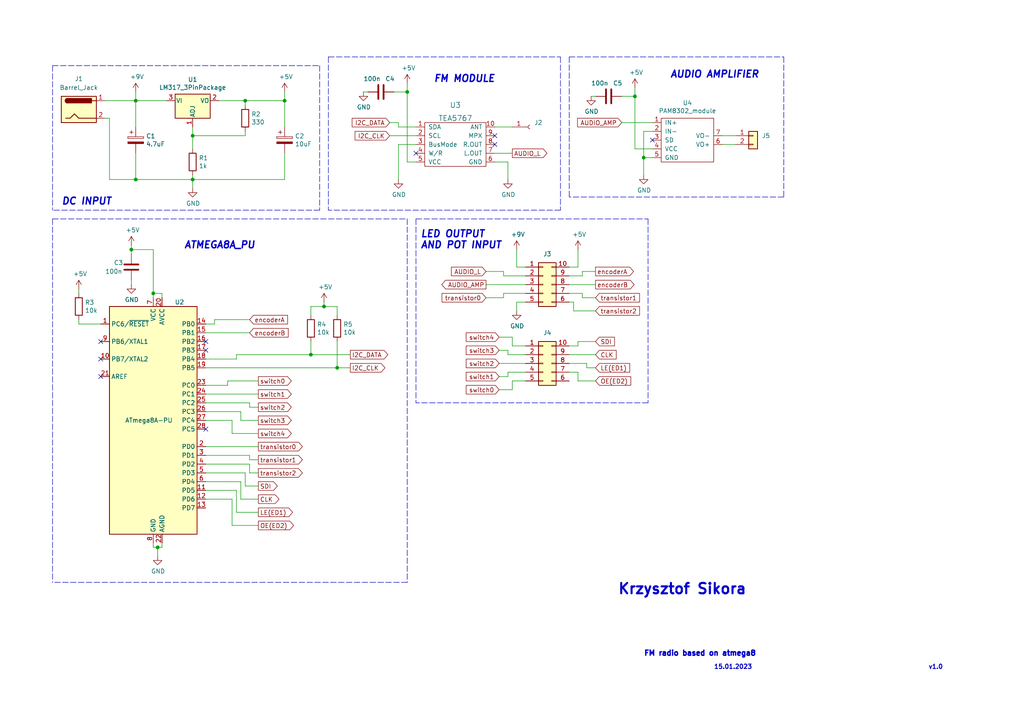
<source format=kicad_sch>
(kicad_sch (version 20211123) (generator eeschema)
  (paper "A4")
  (lib_symbols
    (symbol "Connector:Barrel_Jack" (pin_names (offset 1.016))
      (property "Reference" "J" (at 0 5.334 0))
      (property "Value" "Barrel_Jack" (at 0 -5.08 0))
      (symbol "Barrel_Jack_0_1"
        (rectangle (start -5.08 3.81) (end 5.08 -3.81) (stroke (width 0.254)) (fill (type background)))
        (arc (start -3.302 3.175) (mid -3.937 2.54) (end -3.302 1.905) (stroke (width 0.254)))
        (arc (start -3.302 3.175) (mid -3.937 2.54) (end -3.302 1.905) (stroke (width 0.254)) (fill (type outline)))
        (polyline (pts (xy 5.08 2.54) (xy 3.81 2.54)) (stroke (width 0.254)))
        (polyline (pts (xy -3.81 -2.54) (xy -2.54 -2.54) (xy -1.27 -1.27) (xy 0 -2.54) (xy 2.54 -2.54) (xy 5.08 -2.54)) (stroke (width 0.254)))
        (rectangle (start 3.683 3.175) (end -3.302 1.905) (stroke (width 0.254)) (fill (type outline)))
      )
      (symbol "Barrel_Jack_1_1"
        (pin passive line (at 7.62 2.54 180) (length 2.54) (name "~") (number "1"))
        (pin passive line (at 7.62 -2.54 180) (length 2.54) (name "~") (number "2"))
      )
    )
    (symbol "Connector:Conn_01x01_Female" (pin_names (offset 1.016) hide)
      (property "Reference" "J" (at 0 2.54 0))
      (property "Value" "Conn_01x01_Female" (at 0 -2.54 0))
      (symbol "Conn_01x01_Female_1_1"
        (polyline (pts (xy -1.27 0) (xy -0.508 0)) (stroke (width 0.1524)))
        (arc (start 0 0.508) (mid -0.508 0) (end 0 -0.508) (stroke (width 0.1524)))
        (pin passive line (at -5.08 0 0) (length 3.81) (name "Pin_1") (number "1"))
      )
    )
    (symbol "Connector_Generic:Conn_01x02" (pin_names (offset 1.016) hide)
      (property "Reference" "J" (at 0 2.54 0))
      (property "Value" "Conn_01x02" (at 0 -5.08 0))
      (symbol "Conn_01x02_1_1"
        (rectangle (start -1.27 -2.413) (end 0 -2.667) (stroke (width 0.1524)))
        (rectangle (start -1.27 0.127) (end 0 -0.127) (stroke (width 0.1524)))
        (rectangle (start -1.27 1.27) (end 1.27 -3.81) (stroke (width 0.254)) (fill (type background)))
        (pin passive line (at -5.08 0 0) (length 3.81) (name "Pin_1") (number "1"))
        (pin passive line (at -5.08 -2.54 0) (length 3.81) (name "Pin_2") (number "2"))
      )
    )
    (symbol "Connector_Generic:Conn_02x05_Counter_Clockwise" (pin_names (offset 1.016) hide)
      (property "Reference" "J" (at 1.27 7.62 0))
      (property "Value" "Conn_02x05_Counter_Clockwise" (at 1.27 -7.62 0))
      (symbol "Conn_02x05_Counter_Clockwise_1_1"
        (rectangle (start -1.27 -4.953) (end 0 -5.207) (stroke (width 0.1524)))
        (rectangle (start -1.27 -2.413) (end 0 -2.667) (stroke (width 0.1524)))
        (rectangle (start -1.27 0.127) (end 0 -0.127) (stroke (width 0.1524)))
        (rectangle (start -1.27 2.667) (end 0 2.413) (stroke (width 0.1524)))
        (rectangle (start -1.27 5.207) (end 0 4.953) (stroke (width 0.1524)))
        (rectangle (start -1.27 6.35) (end 3.81 -6.35) (stroke (width 0.254)) (fill (type background)))
        (rectangle (start 3.81 -4.953) (end 2.54 -5.207) (stroke (width 0.1524)))
        (rectangle (start 3.81 -2.413) (end 2.54 -2.667) (stroke (width 0.1524)))
        (rectangle (start 3.81 0.127) (end 2.54 -0.127) (stroke (width 0.1524)))
        (rectangle (start 3.81 2.667) (end 2.54 2.413) (stroke (width 0.1524)))
        (rectangle (start 3.81 5.207) (end 2.54 4.953) (stroke (width 0.1524)))
        (pin passive line (at -5.08 5.08 0) (length 3.81) (name "Pin_1") (number "1"))
        (pin passive line (at 7.62 5.08 180) (length 3.81) (name "Pin_10") (number "10"))
        (pin passive line (at -5.08 2.54 0) (length 3.81) (name "Pin_2") (number "2"))
        (pin passive line (at -5.08 0 0) (length 3.81) (name "Pin_3") (number "3"))
        (pin passive line (at -5.08 -2.54 0) (length 3.81) (name "Pin_4") (number "4"))
        (pin passive line (at -5.08 -5.08 0) (length 3.81) (name "Pin_5") (number "5"))
        (pin passive line (at 7.62 -5.08 180) (length 3.81) (name "Pin_6") (number "6"))
        (pin passive line (at 7.62 -2.54 180) (length 3.81) (name "Pin_7") (number "7"))
        (pin passive line (at 7.62 0 180) (length 3.81) (name "Pin_8") (number "8"))
        (pin passive line (at 7.62 2.54 180) (length 3.81) (name "Pin_9") (number "9"))
      )
    )
    (symbol "Device:C" (pin_numbers hide) (pin_names (offset 0.254))
      (property "Reference" "C" (at 0.635 2.54 0))
      (property "Value" "C" (at 0.635 -2.54 0))
      (symbol "C_0_1"
        (polyline (pts (xy -2.032 -0.762) (xy 2.032 -0.762)) (stroke (width 0.508)))
        (polyline (pts (xy -2.032 0.762) (xy 2.032 0.762)) (stroke (width 0.508)))
      )
      (symbol "C_1_1"
        (pin passive line (at 0 3.81 270) (length 2.794) (name "~") (number "1"))
        (pin passive line (at 0 -3.81 90) (length 2.794) (name "~") (number "2"))
      )
    )
    (symbol "Device:R" (pin_numbers hide) (pin_names (offset 0))
      (property "Reference" "R" (at 2.032 0 90))
      (property "Value" "R" (at 0 0 90))
      (symbol "R_0_1"
        (rectangle (start -1.016 -2.54) (end 1.016 2.54) (stroke (width 0.254)))
      )
      (symbol "R_1_1"
        (pin passive line (at 0 3.81 270) (length 1.27) (name "~") (number "1"))
        (pin passive line (at 0 -3.81 90) (length 1.27) (name "~") (number "2"))
      )
    )
    (symbol "fm_radio-rescue:ATmega8A-PU-MCU_Microchip_ATmega"
      (property "Reference" "U" (at -12.7 34.29 0))
      (property "Value" "ATmega8A-PU-MCU_Microchip_ATmega" (at 5.08 -34.29 0))
      (symbol "ATmega8A-PU-MCU_Microchip_ATmega_0_1"
        (rectangle (start -12.7 -33.02) (end 12.7 33.02) (stroke (width 0.254)) (fill (type background)))
      )
      (symbol "ATmega8A-PU-MCU_Microchip_ATmega_1_1"
        (pin tri_state line (at -15.24 27.94 0) (length 2.54) (name "PC6/~{RESET}") (number "1"))
        (pin tri_state line (at -15.24 17.78 0) (length 2.54) (name "PB7/XTAL2") (number "10"))
        (pin tri_state line (at 15.24 -20.32 180) (length 2.54) (name "PD5") (number "11"))
        (pin tri_state line (at 15.24 -22.86 180) (length 2.54) (name "PD6") (number "12"))
        (pin tri_state line (at 15.24 -25.4 180) (length 2.54) (name "PD7") (number "13"))
        (pin tri_state line (at 15.24 27.94 180) (length 2.54) (name "PB0") (number "14"))
        (pin tri_state line (at 15.24 25.4 180) (length 2.54) (name "PB1") (number "15"))
        (pin tri_state line (at 15.24 22.86 180) (length 2.54) (name "PB2") (number "16"))
        (pin tri_state line (at 15.24 20.32 180) (length 2.54) (name "PB3") (number "17"))
        (pin tri_state line (at 15.24 17.78 180) (length 2.54) (name "PB4") (number "18"))
        (pin tri_state line (at 15.24 15.24 180) (length 2.54) (name "PB5") (number "19"))
        (pin tri_state line (at 15.24 -7.62 180) (length 2.54) (name "PD0") (number "2"))
        (pin power_in line (at 2.54 35.56 270) (length 2.54) (name "AVCC") (number "20"))
        (pin passive line (at -15.24 12.7 0) (length 2.54) (name "AREF") (number "21"))
        (pin power_in line (at 2.54 -35.56 90) (length 2.54) (name "AGND") (number "22"))
        (pin tri_state line (at 15.24 10.16 180) (length 2.54) (name "PC0") (number "23"))
        (pin tri_state line (at 15.24 7.62 180) (length 2.54) (name "PC1") (number "24"))
        (pin tri_state line (at 15.24 5.08 180) (length 2.54) (name "PC2") (number "25"))
        (pin tri_state line (at 15.24 2.54 180) (length 2.54) (name "PC3") (number "26"))
        (pin tri_state line (at 15.24 0 180) (length 2.54) (name "PC4") (number "27"))
        (pin tri_state line (at 15.24 -2.54 180) (length 2.54) (name "PC5") (number "28"))
        (pin tri_state line (at 15.24 -10.16 180) (length 2.54) (name "PD1") (number "3"))
        (pin tri_state line (at 15.24 -12.7 180) (length 2.54) (name "PD2") (number "4"))
        (pin tri_state line (at 15.24 -15.24 180) (length 2.54) (name "PD3") (number "5"))
        (pin tri_state line (at 15.24 -17.78 180) (length 2.54) (name "PD4") (number "6"))
        (pin power_in line (at 0 35.56 270) (length 2.54) (name "VCC") (number "7"))
        (pin power_in line (at 0 -35.56 90) (length 2.54) (name "GND") (number "8"))
        (pin tri_state line (at -15.24 22.86 0) (length 2.54) (name "PB6/XTAL1") (number "9"))
      )
    )
    (symbol "fm_radio-rescue:CP-Device" (pin_numbers hide) (pin_names (offset 0.254))
      (property "Reference" "C" (at 0.635 2.54 0))
      (property "Value" "CP-Device" (at 0.635 -2.54 0))
      (symbol "CP-Device_0_1"
        (rectangle (start -2.286 0.508) (end 2.286 1.016))
        (polyline (pts (xy -1.778 2.286) (xy -0.762 2.286)))
        (polyline (pts (xy -1.27 2.794) (xy -1.27 1.778)))
        (rectangle (start 2.286 -0.508) (end -2.286 -1.016) (fill (type outline)))
      )
      (symbol "CP-Device_1_1"
        (pin passive line (at 0 3.81 270) (length 2.794) (name "~") (number "1"))
        (pin passive line (at 0 -3.81 90) (length 2.794) (name "~") (number "2"))
      )
    )
    (symbol "fm_radio-rescue:LM317_3PinPackage-Regulator_Linear" (pin_names (offset 0.254))
      (property "Reference" "U" (at -3.81 3.175 0))
      (property "Value" "LM317_3PinPackage-Regulator_Linear" (at 0 3.175 0))
      (symbol "LM317_3PinPackage-Regulator_Linear_0_1"
        (rectangle (start -5.08 1.905) (end 5.08 -5.08) (stroke (width 0.254)) (fill (type background)))
      )
      (symbol "LM317_3PinPackage-Regulator_Linear_1_1"
        (pin input line (at 0 -7.62 90) (length 2.54) (name "ADJ") (number "1"))
        (pin power_out line (at 7.62 0 180) (length 2.54) (name "VO") (number "2"))
        (pin power_in line (at -7.62 0 0) (length 2.54) (name "VI") (number "3"))
      )
    )
    (symbol "fm_radio-rescue:PAM8302_module-pam8302_module" (pin_names (offset 1.016))
      (property "Reference" "U" (at 0 0 0))
      (property "Value" "PAM8302_module-pam8302_module" (at -1.27 2.54 0))
      (symbol "PAM8302_module-pam8302_module_0_1"
        (rectangle (start 5.08 -15.24) (end -10.16 -2.54))
      )
      (symbol "PAM8302_module-pam8302_module_1_1"
        (pin input line (at -12.7 -3.81 0) (length 2.54) (name "IN+") (number "1"))
        (pin input line (at -12.7 -6.35 0) (length 2.54) (name "IN-") (number "2"))
        (pin input line (at -12.7 -8.89 0) (length 2.54) (name "SD") (number "3"))
        (pin input line (at -12.7 -11.43 0) (length 2.54) (name "VCC") (number "4"))
        (pin input line (at -12.7 -13.97 0) (length 2.54) (name "GND") (number "5"))
        (pin output line (at 7.62 -10.16 180) (length 2.54) (name "VO+") (number "6"))
        (pin output line (at 7.62 -7.62 180) (length 2.54) (name "VO-") (number "7"))
      )
    )
    (symbol "power:+5V" (power) (pin_names (offset 0))
      (property "Value" "+5V" (at 0 3.556 0))
      (symbol "+5V_0_1"
        (polyline (pts (xy -0.762 1.27) (xy 0 2.54)))
        (polyline (pts (xy 0 0) (xy 0 2.54)))
        (polyline (pts (xy 0 2.54) (xy 0.762 1.27)))
      )
      (symbol "+5V_1_1"
        (pin power_in line (at 0 0 90) (length 0) hide (name "+5V") (number "1"))
      )
    )
    (symbol "power:+9V" (power) (pin_names (offset 0))
      (property "Value" "+9V" (at 0 3.556 0))
      (symbol "+9V_0_1"
        (polyline (pts (xy -0.762 1.27) (xy 0 2.54)))
        (polyline (pts (xy 0 0) (xy 0 2.54)))
        (polyline (pts (xy 0 2.54) (xy 0.762 1.27)))
      )
      (symbol "+9V_1_1"
        (pin power_in line (at 0 0 90) (length 0) hide (name "+9V") (number "1"))
      )
    )
    (symbol "power:GND" (power) (pin_names (offset 0))
      (property "Value" "GND" (at 0 -3.81 0))
      (symbol "GND_0_1"
        (polyline (pts (xy 0 0) (xy 0 -1.27) (xy 1.27 -1.27) (xy 0 -2.54) (xy -1.27 -1.27) (xy 0 -1.27)))
      )
      (symbol "GND_1_1"
        (pin power_in line (at 0 0 270) (length 0) hide (name "GND") (number "1"))
      )
    )
    (symbol "tea5767:TEA5767" (pin_names (offset 1.016))
      (property "Reference" "U" (at 0 11.43 0))
      (property "Value" "TEA5767" (at 1.27 8.89 0))
      (symbol "TEA5767_0_1"
        (rectangle (start -7.62 7.62) (end 10.16 -5.08))
      )
      (symbol "TEA5767_1_1"
        (pin bidirectional line (at -10.16 6.35 0) (length 2.54) (name "SDA") (number "1"))
        (pin input line (at 12.7 6.35 180) (length 2.54) (name "ANT") (number "10"))
        (pin bidirectional line (at -10.16 3.81 0) (length 2.54) (name "SCL") (number "2"))
        (pin input line (at -10.16 1.27 0) (length 2.54) (name "BusMode") (number "3"))
        (pin input line (at -10.16 -1.27 0) (length 2.54) (name "W/R") (number "4"))
        (pin input line (at -10.16 -3.81 0) (length 2.54) (name "VCC") (number "5"))
        (pin input line (at 12.7 -3.81 180) (length 2.54) (name "GND") (number "6"))
        (pin output line (at 12.7 -1.27 180) (length 2.54) (name "L.OUT") (number "7"))
        (pin output line (at 12.7 1.27 180) (length 2.54) (name "R.OUT") (number "8"))
        (pin output line (at 12.7 3.81 180) (length 2.54) (name "MPX") (number "9"))
      )
    )
  )
  (junction (at 90.17 102.87))
  (junction (at 39.37 29.21))
  (junction (at 184.15 27.94))
  (junction (at 55.88 52.07))
  (junction (at 97.79 106.68))
  (junction (at 71.12 29.21))
  (junction (at 118.11 26.67))
  (junction (at 55.88 39.37))
  (junction (at 186.69 45.72))
  (junction (at 93.98 88.9))
  (junction (at 39.37 52.07))
  (junction (at 38.1 72.39))
  (junction (at 44.45 85.09))
  (junction (at 82.55 29.21))
  (junction (at 45.72 158.75))
  (no_connect (at 59.69 99.06))
  (no_connect (at 143.51 39.37))
  (no_connect (at 189.23 40.64))
  (no_connect (at 59.69 124.46))
  (no_connect (at 59.69 101.6))
  (no_connect (at 120.65 44.45))
  (no_connect (at 29.21 104.14))
  (no_connect (at 29.21 109.22))
  (no_connect (at 143.51 41.91))
  (no_connect (at 29.21 99.06))
  (wire (pts (xy 189.23 38.1) (xy 186.69 38.1)))
  (wire (pts (xy 189.23 45.72) (xy 186.69 45.72)))
  (wire (pts (xy 148.59 100.33) (xy 152.4 100.33)))
  (wire (pts (xy 39.37 29.21) (xy 30.48 29.21)))
  (wire (pts (xy 68.58 148.59) (xy 74.93 148.59)))
  (wire (pts (xy 59.69 116.84) (xy 72.39 116.84)))
  (wire (pts (xy 82.55 29.21) (xy 82.55 36.83)))
  (wire (pts (xy 44.45 158.75) (xy 45.72 158.75)))
  (wire (pts (xy 149.86 87.63) (xy 152.4 87.63)))
  (wire (pts (xy 106.68 26.67) (xy 105.41 26.67)))
  (polyline (pts (xy 95.25 16.51) (xy 162.56 16.51)))
  (polyline (pts (xy 187.96 63.5) (xy 187.96 116.84)))
  (wire (pts (xy 168.91 86.36) (xy 168.91 85.09)))
  (wire (pts (xy 165.1 87.63) (xy 166.37 87.63)))
  (wire (pts (xy 44.45 157.48) (xy 44.45 158.75)))
  (wire (pts (xy 118.11 26.67) (xy 118.11 46.99)))
  (wire (pts (xy 63.5 29.21) (xy 71.12 29.21)))
  (polyline (pts (xy 95.25 16.51) (xy 95.25 60.96)))
  (wire (pts (xy 90.17 88.9) (xy 93.98 88.9)))
  (polyline (pts (xy 120.65 63.5) (xy 187.96 63.5)))
  (wire (pts (xy 30.48 34.29) (xy 31.75 34.29)))
  (wire (pts (xy 59.69 96.52) (xy 72.39 96.52)))
  (polyline (pts (xy 15.24 63.5) (xy 15.24 168.91)))
  (polyline (pts (xy 227.33 57.15) (xy 165.1 57.15)))
  (wire (pts (xy 59.69 104.14) (xy 68.58 104.14)))
  (polyline (pts (xy 15.24 63.5) (xy 118.11 63.5)))
  (wire (pts (xy 46.99 85.09) (xy 44.45 85.09)))
  (wire (pts (xy 165.1 82.55) (xy 172.72 82.55)))
  (wire (pts (xy 55.88 50.8) (xy 55.88 52.07)))
  (wire (pts (xy 168.91 78.74) (xy 168.91 80.01)))
  (polyline (pts (xy 162.56 16.51) (xy 162.56 60.96)))
  (wire (pts (xy 149.86 77.47) (xy 152.4 77.47)))
  (wire (pts (xy 59.69 137.16) (xy 71.12 137.16)))
  (polyline (pts (xy 92.71 60.96) (xy 15.24 60.96)))
  (wire (pts (xy 152.4 107.95) (xy 147.32 107.95)))
  (wire (pts (xy 55.88 39.37) (xy 55.88 36.83)))
  (wire (pts (xy 71.12 137.16) (xy 71.12 140.97)))
  (wire (pts (xy 167.64 107.95) (xy 167.64 110.49)))
  (wire (pts (xy 59.69 111.76) (xy 66.04 111.76)))
  (wire (pts (xy 59.69 132.08) (xy 72.39 132.08)))
  (wire (pts (xy 165.1 100.33) (xy 167.64 100.33)))
  (wire (pts (xy 44.45 85.09) (xy 44.45 72.39)))
  (wire (pts (xy 72.39 133.35) (xy 74.93 133.35)))
  (wire (pts (xy 167.64 99.06) (xy 172.72 99.06)))
  (wire (pts (xy 152.4 102.87) (xy 147.32 102.87)))
  (wire (pts (xy 72.39 132.08) (xy 72.39 133.35)))
  (wire (pts (xy 113.03 39.37) (xy 120.65 39.37)))
  (wire (pts (xy 149.86 72.39) (xy 149.86 77.47)))
  (wire (pts (xy 143.51 36.83) (xy 148.59 36.83)))
  (polyline (pts (xy 165.1 16.51) (xy 227.33 16.51)))
  (wire (pts (xy 167.64 110.49) (xy 172.72 110.49)))
  (wire (pts (xy 68.58 104.14) (xy 68.58 102.87)))
  (wire (pts (xy 180.34 35.56) (xy 189.23 35.56)))
  (wire (pts (xy 115.57 41.91) (xy 115.57 52.07)))
  (wire (pts (xy 186.69 38.1) (xy 186.69 45.72)))
  (wire (pts (xy 59.69 121.92) (xy 67.31 121.92)))
  (wire (pts (xy 113.03 35.56) (xy 115.57 35.56)))
  (wire (pts (xy 59.69 144.78) (xy 67.31 144.78)))
  (wire (pts (xy 55.88 39.37) (xy 55.88 43.18)))
  (wire (pts (xy 167.64 72.39) (xy 167.64 77.47)))
  (wire (pts (xy 62.23 92.71) (xy 62.23 93.98)))
  (wire (pts (xy 59.69 134.62) (xy 72.39 134.62)))
  (wire (pts (xy 189.23 43.18) (xy 184.15 43.18)))
  (wire (pts (xy 147.32 109.22) (xy 144.78 109.22)))
  (wire (pts (xy 68.58 142.24) (xy 68.58 148.59)))
  (wire (pts (xy 59.69 142.24) (xy 68.58 142.24)))
  (wire (pts (xy 72.39 137.16) (xy 74.93 137.16)))
  (wire (pts (xy 168.91 85.09) (xy 165.1 85.09)))
  (wire (pts (xy 72.39 116.84) (xy 72.39 118.11)))
  (wire (pts (xy 90.17 102.87) (xy 101.6 102.87)))
  (wire (pts (xy 67.31 144.78) (xy 67.31 152.4)))
  (wire (pts (xy 22.86 92.71) (xy 22.86 93.98)))
  (wire (pts (xy 97.79 106.68) (xy 101.6 106.68)))
  (wire (pts (xy 69.85 121.92) (xy 74.93 121.92)))
  (polyline (pts (xy 227.33 16.51) (xy 227.33 57.15)))
  (wire (pts (xy 46.99 86.36) (xy 46.99 85.09)))
  (wire (pts (xy 166.37 90.17) (xy 172.72 90.17)))
  (wire (pts (xy 59.69 106.68) (xy 97.79 106.68)))
  (wire (pts (xy 39.37 44.45) (xy 39.37 52.07)))
  (wire (pts (xy 72.39 134.62) (xy 72.39 137.16)))
  (wire (pts (xy 165.1 105.41) (xy 170.18 105.41)))
  (wire (pts (xy 115.57 36.83) (xy 120.65 36.83)))
  (wire (pts (xy 115.57 35.56) (xy 115.57 36.83)))
  (wire (pts (xy 118.11 24.13) (xy 118.11 26.67)))
  (wire (pts (xy 71.12 140.97) (xy 74.93 140.97)))
  (wire (pts (xy 69.85 139.7) (xy 69.85 144.78)))
  (wire (pts (xy 149.86 90.17) (xy 149.86 87.63)))
  (wire (pts (xy 69.85 144.78) (xy 74.93 144.78)))
  (wire (pts (xy 170.18 105.41) (xy 170.18 106.68)))
  (wire (pts (xy 66.04 110.49) (xy 66.04 111.76)))
  (polyline (pts (xy 162.56 60.96) (xy 95.25 60.96)))
  (wire (pts (xy 72.39 92.71) (xy 62.23 92.71)))
  (wire (pts (xy 147.32 46.99) (xy 147.32 52.07)))
  (wire (pts (xy 148.59 97.79) (xy 148.59 100.33)))
  (wire (pts (xy 46.99 158.75) (xy 46.99 157.48)))
  (wire (pts (xy 140.97 82.55) (xy 152.4 82.55)))
  (wire (pts (xy 147.32 107.95) (xy 147.32 109.22)))
  (wire (pts (xy 140.97 86.36) (xy 146.05 86.36)))
  (wire (pts (xy 44.45 72.39) (xy 38.1 72.39)))
  (wire (pts (xy 144.78 97.79) (xy 148.59 97.79)))
  (wire (pts (xy 93.98 88.9) (xy 97.79 88.9)))
  (wire (pts (xy 67.31 152.4) (xy 74.93 152.4)))
  (wire (pts (xy 67.31 125.73) (xy 74.93 125.73)))
  (wire (pts (xy 146.05 85.09) (xy 152.4 85.09)))
  (wire (pts (xy 172.72 86.36) (xy 168.91 86.36)))
  (wire (pts (xy 147.32 101.6) (xy 144.78 101.6)))
  (wire (pts (xy 186.69 45.72) (xy 186.69 50.8)))
  (wire (pts (xy 90.17 99.06) (xy 90.17 102.87)))
  (wire (pts (xy 39.37 52.07) (xy 55.88 52.07)))
  (wire (pts (xy 38.1 81.28) (xy 38.1 82.55)))
  (wire (pts (xy 69.85 119.38) (xy 69.85 121.92)))
  (wire (pts (xy 146.05 78.74) (xy 146.05 80.01)))
  (wire (pts (xy 44.45 86.36) (xy 44.45 85.09)))
  (wire (pts (xy 38.1 71.12) (xy 38.1 72.39)))
  (wire (pts (xy 114.3 26.67) (xy 118.11 26.67)))
  (wire (pts (xy 120.65 41.91) (xy 115.57 41.91)))
  (wire (pts (xy 67.31 121.92) (xy 67.31 125.73)))
  (wire (pts (xy 143.51 46.99) (xy 147.32 46.99)))
  (wire (pts (xy 165.1 107.95) (xy 167.64 107.95)))
  (wire (pts (xy 143.51 44.45) (xy 148.59 44.45)))
  (wire (pts (xy 38.1 72.39) (xy 38.1 73.66)))
  (wire (pts (xy 71.12 29.21) (xy 71.12 30.48)))
  (wire (pts (xy 22.86 93.98) (xy 29.21 93.98)))
  (wire (pts (xy 31.75 34.29) (xy 31.75 52.07)))
  (polyline (pts (xy 187.96 116.84) (xy 120.65 116.84)))
  (wire (pts (xy 148.59 113.03) (xy 144.78 113.03)))
  (wire (pts (xy 97.79 88.9) (xy 97.79 91.44)))
  (wire (pts (xy 167.64 99.06) (xy 167.64 100.33)))
  (wire (pts (xy 71.12 29.21) (xy 82.55 29.21)))
  (wire (pts (xy 72.39 118.11) (xy 74.93 118.11)))
  (wire (pts (xy 82.55 44.45) (xy 82.55 52.07)))
  (wire (pts (xy 71.12 39.37) (xy 55.88 39.37)))
  (wire (pts (xy 71.12 38.1) (xy 71.12 39.37)))
  (polyline (pts (xy 15.24 19.05) (xy 92.71 19.05)))
  (wire (pts (xy 146.05 86.36) (xy 146.05 85.09)))
  (wire (pts (xy 146.05 80.01) (xy 152.4 80.01)))
  (wire (pts (xy 168.91 80.01) (xy 165.1 80.01)))
  (wire (pts (xy 48.26 29.21) (xy 39.37 29.21)))
  (wire (pts (xy 55.88 52.07) (xy 55.88 54.61)))
  (wire (pts (xy 118.11 46.99) (xy 120.65 46.99)))
  (wire (pts (xy 97.79 99.06) (xy 97.79 106.68)))
  (wire (pts (xy 82.55 52.07) (xy 55.88 52.07)))
  (wire (pts (xy 172.72 78.74) (xy 168.91 78.74)))
  (wire (pts (xy 140.97 78.74) (xy 146.05 78.74)))
  (wire (pts (xy 68.58 102.87) (xy 90.17 102.87)))
  (polyline (pts (xy 15.24 19.05) (xy 15.24 60.96)))
  (wire (pts (xy 172.72 27.94) (xy 171.45 27.94)))
  (wire (pts (xy 209.55 41.91) (xy 213.36 41.91)))
  (wire (pts (xy 59.69 114.3) (xy 74.93 114.3)))
  (wire (pts (xy 39.37 26.67) (xy 39.37 29.21)))
  (wire (pts (xy 59.69 129.54) (xy 74.93 129.54)))
  (wire (pts (xy 90.17 88.9) (xy 90.17 91.44)))
  (wire (pts (xy 45.72 158.75) (xy 46.99 158.75)))
  (wire (pts (xy 22.86 83.82) (xy 22.86 85.09)))
  (polyline (pts (xy 92.71 19.05) (xy 92.71 60.96)))
  (polyline (pts (xy 165.1 16.51) (xy 165.1 57.15)))
  (wire (pts (xy 59.69 119.38) (xy 69.85 119.38)))
  (wire (pts (xy 165.1 102.87) (xy 172.72 102.87)))
  (wire (pts (xy 66.04 110.49) (xy 74.93 110.49)))
  (wire (pts (xy 209.55 39.37) (xy 213.36 39.37)))
  (wire (pts (xy 166.37 87.63) (xy 166.37 90.17)))
  (wire (pts (xy 170.18 106.68) (xy 172.72 106.68)))
  (wire (pts (xy 59.69 93.98) (xy 62.23 93.98)))
  (wire (pts (xy 39.37 36.83) (xy 39.37 29.21)))
  (wire (pts (xy 31.75 52.07) (xy 39.37 52.07)))
  (wire (pts (xy 184.15 25.4) (xy 184.15 27.94)))
  (wire (pts (xy 165.1 77.47) (xy 167.64 77.47)))
  (polyline (pts (xy 118.11 63.5) (xy 118.11 168.91)))
  (wire (pts (xy 45.72 158.75) (xy 45.72 161.29)))
  (wire (pts (xy 59.69 139.7) (xy 69.85 139.7)))
  (wire (pts (xy 93.98 87.63) (xy 93.98 88.9)))
  (wire (pts (xy 82.55 26.67) (xy 82.55 29.21)))
  (wire (pts (xy 180.34 27.94) (xy 184.15 27.94)))
  (polyline (pts (xy 120.65 63.5) (xy 120.65 116.84)))
  (wire (pts (xy 147.32 102.87) (xy 147.32 101.6)))
  (wire (pts (xy 184.15 27.94) (xy 184.15 43.18)))
  (wire (pts (xy 144.78 105.41) (xy 152.4 105.41)))
  (wire (pts (xy 148.59 110.49) (xy 148.59 113.03)))
  (polyline (pts (xy 118.11 168.91) (xy 15.24 168.91)))
  (wire (pts (xy 152.4 110.49) (xy 148.59 110.49)))
  (text "DC INPUT" (at 17.78 59.69 0) (effects (font (size 2 2) (thickness 0.4) bold italic) (justify left bottom)))
  (text "v1.0" (at 269.24 194.31 0) (effects (font (size 1.27 1.27) bold) (justify left bottom)))
  (text "LED OUTPUT\nAND POT INPUT\n" (at 121.92 72.39 0) (effects (font (size 2 2) (thickness 0.4) bold italic) (justify left bottom)))
  (text "Krzysztof Sikora" (at 179.07 172.72 0) (effects (font (size 3 3) bold) (justify left bottom)))
  (text "15.01.2023" (at 207.01 194.31 0) (effects (font (size 1.27 1.27) bold) (justify left bottom)))
  (text "AUDIO AMPLIFIER\n" (at 194.31 22.86 0) (effects (font (size 2 2) (thickness 0.4) bold italic) (justify left bottom)))
  (text "ATMEGA8A_PU" (at 53.34 72.39 0) (effects (font (size 2 2) (thickness 0.4) bold italic) (justify left bottom)))
  (text "FM MODULE" (at 125.73 24.13 0) (effects (font (size 2 2) (thickness 0.4) bold italic) (justify left bottom)))
  (text "FM radio based on atmega8" (at 186.69 190.5 0) (effects (font (size 1.5 1.5) (thickness 0.6) bold) (justify left bottom)))
  (global_label "I2C_CLK" (shape output) (at 101.6 106.68 0) (property "Intersheet References" "${INTERSHEET_REFS}" (effects hide)))
  (global_label "AUDIO_AMP" (shape input) (at 180.34 35.56 180) (property "Intersheet References" "${INTERSHEET_REFS}" (effects hide)))
  (global_label "switch1" (shape output) (at 74.93 114.3 0) (property "Intersheet References" "${INTERSHEET_REFS}" (effects hide)))
  (global_label "switch4" (shape output) (at 74.93 125.73 0) (property "Intersheet References" "${INTERSHEET_REFS}" (effects hide)))
  (global_label "switch0" (shape input) (at 144.78 113.03 180) (property "Intersheet References" "${INTERSHEET_REFS}" (effects hide)))
  (global_label "switch3" (shape output) (at 74.93 121.92 0) (property "Intersheet References" "${INTERSHEET_REFS}" (effects hide)))
  (global_label "switch3" (shape input) (at 144.78 101.6 180) (property "Intersheet References" "${INTERSHEET_REFS}" (effects hide)))
  (global_label "encoderB" (shape input) (at 72.39 96.52 0) (property "Intersheet References" "${INTERSHEET_REFS}" (effects hide)))
  (global_label "transistor2" (shape input) (at 172.72 90.17 0) (property "Intersheet References" "${INTERSHEET_REFS}" (effects hide)))
  (global_label "transistor0" (shape output) (at 74.93 129.54 0) (property "Intersheet References" "${INTERSHEET_REFS}" (effects hide)))
  (global_label "switch1" (shape input) (at 144.78 109.22 180) (property "Intersheet References" "${INTERSHEET_REFS}" (effects hide)))
  (global_label "LE(ED1)" (shape output) (at 74.93 148.59 0) (property "Intersheet References" "${INTERSHEET_REFS}" (effects hide)))
  (global_label "switch0" (shape output) (at 74.93 110.49 0) (property "Intersheet References" "${INTERSHEET_REFS}" (effects hide)))
  (global_label "CLK" (shape output) (at 74.93 144.78 0) (property "Intersheet References" "${INTERSHEET_REFS}" (effects hide)))
  (global_label "SDI" (shape output) (at 74.93 140.97 0) (property "Intersheet References" "${INTERSHEET_REFS}" (effects hide)))
  (global_label "switch2" (shape input) (at 144.78 105.41 180) (property "Intersheet References" "${INTERSHEET_REFS}" (effects hide)))
  (global_label "switch2" (shape output) (at 74.93 118.11 0) (property "Intersheet References" "${INTERSHEET_REFS}" (effects hide)))
  (global_label "AUDIO_L" (shape input) (at 140.97 78.74 180) (property "Intersheet References" "${INTERSHEET_REFS}" (effects hide)))
  (global_label "encoderA" (shape input) (at 72.39 92.71 0) (property "Intersheet References" "${INTERSHEET_REFS}" (effects hide)))
  (global_label "I2C_DATA" (shape output) (at 101.6 102.87 0) (property "Intersheet References" "${INTERSHEET_REFS}" (effects hide)))
  (global_label "transistor1" (shape output) (at 74.93 133.35 0) (property "Intersheet References" "${INTERSHEET_REFS}" (effects hide)))
  (global_label "I2C_DATA" (shape input) (at 113.03 35.56 180) (property "Intersheet References" "${INTERSHEET_REFS}" (effects hide)))
  (global_label "switch4" (shape input) (at 144.78 97.79 180) (property "Intersheet References" "${INTERSHEET_REFS}" (effects hide)))
  (global_label "transistor1" (shape input) (at 172.72 86.36 0) (property "Intersheet References" "${INTERSHEET_REFS}" (effects hide)))
  (global_label "OE(ED2)" (shape input) (at 172.72 110.49 0) (property "Intersheet References" "${INTERSHEET_REFS}" (effects hide)))
  (global_label "LE(ED1)" (shape input) (at 172.72 106.68 0) (property "Intersheet References" "${INTERSHEET_REFS}" (effects hide)))
  (global_label "transistor2" (shape output) (at 74.93 137.16 0) (property "Intersheet References" "${INTERSHEET_REFS}" (effects hide)))
  (global_label "AUDIO_AMP" (shape output) (at 140.97 82.55 180) (property "Intersheet References" "${INTERSHEET_REFS}" (effects hide)))
  (global_label "transistor0" (shape input) (at 140.97 86.36 180) (property "Intersheet References" "${INTERSHEET_REFS}" (effects hide)))
  (global_label "I2C_CLK" (shape input) (at 113.03 39.37 180) (property "Intersheet References" "${INTERSHEET_REFS}" (effects hide)))
  (global_label "AUDIO_L" (shape output) (at 148.59 44.45 0) (property "Intersheet References" "${INTERSHEET_REFS}" (effects hide)))
  (global_label "CLK" (shape input) (at 172.72 102.87 0) (property "Intersheet References" "${INTERSHEET_REFS}" (effects hide)))
  (global_label "OE(ED2)" (shape output) (at 74.93 152.4 0) (property "Intersheet References" "${INTERSHEET_REFS}" (effects hide)))
  (global_label "encoderA" (shape output) (at 172.72 78.74 0) (property "Intersheet References" "${INTERSHEET_REFS}" (effects hide)))
  (global_label "SDI" (shape input) (at 172.72 99.06 0) (property "Intersheet References" "${INTERSHEET_REFS}" (effects hide)))
  (global_label "encoderB" (shape output) (at 172.72 82.55 0) (property "Intersheet References" "${INTERSHEET_REFS}" (effects hide)))
  (symbol (lib_id "Connector_Generic:Conn_01x02") (at 218.44 39.37 0) (unit 1)
    (property "Reference" "J5" (at 220.98 39.3699 0) (effects (justify left)))
    (property "Value" "Conn_01x02" (effects hide))
    (property "Footprint" "Connector_Wire:SolderWire-1sqmm_1x02_P5.4mm_D1.4mm_OD2.7mm" (effects hide))
  )
  (symbol (lib_id "power:GND") (at 55.88 54.61 0) (unit 1)
    (property "Reference" "#PWR02" (effects hide))
    (property "Value" "GND" (at 56.007 59.0042 0))
  )
  (symbol (lib_id "power:+5V") (at 167.64 72.39 0) (unit 1)
    (property "Reference" "#PWR0109" (effects hide))
    (property "Value" "+5V" (at 168.021 67.9958 0))
  )
  (symbol (lib_id "power:GND") (at 38.1 82.55 0) (unit 1)
    (property "Reference" "#PWR0106" (effects hide))
    (property "Value" "GND" (at 38.227 86.9442 0))
  )
  (symbol (lib_id "power:+5V") (at 82.55 26.67 0) (unit 1)
    (property "Reference" "#PWR03" (effects hide))
    (property "Value" "+5V" (at 82.931 22.2758 0))
  )
  (symbol (lib_id "Connector:Conn_01x01_Female") (at 153.67 36.83 0) (unit 1)
    (property "Reference" "J2" (at 154.94 35.5599 0) (effects (justify left)))
    (property "Value" "Conn_01x01_Female" (effects hide))
    (property "Footprint" "Connector_PinHeader_2.54mm:PinHeader_1x01_P2.54mm_Vertical" (effects hide))
  )
  (symbol (lib_id "power:GND") (at 115.57 52.07 0) (unit 1)
    (property "Reference" "#PWR0101" (effects hide))
    (property "Value" "GND" (at 115.697 56.4642 0))
  )
  (symbol (lib_id "power:+5V") (at 184.15 25.4 0) (unit 1)
    (property "Reference" "#PWR013" (effects hide))
    (property "Value" "+5V" (at 184.531 21.0058 0))
  )
  (symbol (lib_id "Device:C") (at 176.53 27.94 270) (unit 1)
    (property "Reference" "C5" (at 177.8 24.13 90) (effects (justify left)))
    (property "Value" "100n" (at 171.45 24.13 90) (effects (justify left)))
    (property "Footprint" "Capacitor_THT:C_Disc_D5.0mm_W2.5mm_P2.50mm" (effects hide))
  )
  (symbol (lib_id "Device:C") (at 110.49 26.67 270) (unit 1)
    (property "Reference" "C4" (at 111.76 22.86 90) (effects (justify left)))
    (property "Value" "100n" (at 105.41 22.86 90) (effects (justify left)))
    (property "Footprint" "Capacitor_THT:C_Disc_D5.0mm_W2.5mm_P2.50mm" (effects hide))
  )
  (symbol (lib_id "Device:R") (at 90.17 95.25 0) (unit 1)
    (property "Reference" "R4" (at 91.948 94.0816 0) (effects (justify left)))
    (property "Value" "10k" (at 91.948 96.393 0) (effects (justify left)))
    (property "Footprint" "Resistor_THT:R_Axial_DIN0204_L3.6mm_D1.6mm_P7.62mm_Horizontal" (effects hide))
  )
  (symbol (lib_id "Connector:Barrel_Jack") (at 22.86 31.75 0) (unit 1)
    (property "Reference" "J1" (at 22.86 22.86 0))
    (property "Value" "Barrel_Jack" (at 22.86 25.4 0))
    (property "Footprint" "Connector_BarrelJack:BarrelJack_Horizontal" (effects hide))
  )
  (symbol (lib_id "fm_radio-rescue:CP-Device") (at 39.37 40.64 0) (unit 1)
    (property "Reference" "C1" (at 42.3672 39.4716 0) (effects (justify left)))
    (property "Value" "4.7uF" (at 42.3672 41.783 0) (effects (justify left)))
    (property "Footprint" "Capacitor_THT:CP_Radial_D5.0mm_P2.00mm" (effects hide))
  )
  (symbol (lib_id "tea5767:TEA5767") (at 130.81 43.18 0) (unit 1)
    (property "Reference" "U3" (at 132.08 30.48 0) (effects (font (size 1.524 1.524))))
    (property "Value" "TEA5767" (at 132.08 34.29 0) (effects (font (size 1.524 1.524))))
    (property "Footprint" "footprint:TEA5767_SMD" (effects hide))
  )
  (symbol (lib_id "Device:R") (at 22.86 88.9 0) (unit 1)
    (property "Reference" "R3" (at 24.638 87.7316 0) (effects (justify left)))
    (property "Value" "10k" (at 24.638 90.043 0) (effects (justify left)))
    (property "Footprint" "Resistor_THT:R_Axial_DIN0204_L3.6mm_D1.6mm_P7.62mm_Horizontal" (effects hide))
  )
  (symbol (lib_id "power:GND") (at 171.45 27.94 0) (unit 1)
    (property "Reference" "#PWR0110" (effects hide))
    (property "Value" "GND" (at 171.577 32.3342 0))
  )
  (symbol (lib_id "fm_radio-rescue:LM317_3PinPackage-Regulator_Linear") (at 55.88 29.21 0) (unit 1)
    (property "Reference" "U1" (at 55.88 23.0632 0))
    (property "Value" "LM317_3PinPackage" (at 55.88 25.3746 0))
    (property "Footprint" "Package_TO_SOT_THT:TO-220-3_Vertical" (effects hide))
    (property "Datasheet" "http://www.ti.com/lit/ds/symlink/lm317.pdf" (effects hide))
  )
  (symbol (lib_id "power:GND") (at 186.69 50.8 0) (unit 1)
    (property "Reference" "#PWR014" (effects hide))
    (property "Value" "GND" (at 186.817 55.1942 0))
  )
  (symbol (lib_id "power:GND") (at 105.41 26.67 0) (unit 1)
    (property "Reference" "#PWR0102" (effects hide))
    (property "Value" "GND" (at 105.537 31.0642 0))
  )
  (symbol (lib_id "Connector_Generic:Conn_02x05_Counter_Clockwise") (at 157.48 82.55 0) (unit 1)
    (property "Reference" "J3" (at 158.75 73.66 0))
    (property "Value" "Conn_02x05_Counter_Clockwise" (effects hide))
    (property "Footprint" "Connector_PinHeader_2.54mm:PinHeader_2x05_P2.54mm_Vertical" (effects hide))
  )
  (symbol (lib_id "power:+5V") (at 22.86 83.82 0) (unit 1)
    (property "Reference" "#PWR04" (effects hide))
    (property "Value" "+5V" (at 23.241 79.4258 0))
  )
  (symbol (lib_id "fm_radio-rescue:CP-Device") (at 82.55 40.64 0) (unit 1)
    (property "Reference" "C2" (at 85.5472 39.4716 0) (effects (justify left)))
    (property "Value" "10uF" (at 85.5472 41.783 0) (effects (justify left)))
    (property "Footprint" "Capacitor_THT:CP_Radial_D5.0mm_P2.00mm" (effects hide))
  )
  (symbol (lib_id "power:GND") (at 45.72 161.29 0) (unit 1)
    (property "Reference" "#PWR0104" (effects hide))
    (property "Value" "GND" (at 45.847 165.6842 0))
  )
  (symbol (lib_id "power:+5V") (at 38.1 71.12 0) (unit 1)
    (property "Reference" "#PWR0105" (effects hide))
    (property "Value" "+5V" (at 38.481 66.7258 0))
  )
  (symbol (lib_id "power:+5V") (at 118.11 24.13 0) (unit 1)
    (property "Reference" "#PWR0107" (effects hide))
    (property "Value" "+5V" (at 118.491 19.7358 0))
  )
  (symbol (lib_id "power:GND") (at 149.86 90.17 0) (unit 1)
    (property "Reference" "#PWR0112" (effects hide))
    (property "Value" "GND" (at 149.987 94.5642 0))
  )
  (symbol (lib_id "Connector_Generic:Conn_02x05_Counter_Clockwise") (at 157.48 105.41 0) (unit 1)
    (property "Reference" "J4" (at 158.75 96.52 0))
    (property "Value" "Conn_02x05_Counter_Clockwise" (effects hide))
    (property "Footprint" "Connector_PinHeader_2.54mm:PinHeader_2x05_P2.54mm_Vertical" (effects hide))
  )
  (symbol (lib_id "power:+9V") (at 39.37 26.67 0) (unit 1)
    (property "Reference" "#PWR01" (effects hide))
    (property "Value" "+9V" (at 39.751 22.2758 0))
  )
  (symbol (lib_id "power:GND") (at 147.32 52.07 0) (unit 1)
    (property "Reference" "#PWR0108" (effects hide))
    (property "Value" "GND" (at 147.447 56.4642 0))
  )
  (symbol (lib_id "Device:R") (at 97.79 95.25 0) (unit 1)
    (property "Reference" "R5" (at 99.568 94.0816 0) (effects (justify left)))
    (property "Value" "10k" (at 99.568 96.393 0) (effects (justify left)))
    (property "Footprint" "Resistor_THT:R_Axial_DIN0204_L3.6mm_D1.6mm_P7.62mm_Horizontal" (effects hide))
  )
  (symbol (lib_id "power:+9V") (at 149.86 72.39 0) (unit 1)
    (property "Reference" "#PWR0111" (effects hide))
    (property "Value" "+9V" (at 150.241 67.9958 0))
  )
  (symbol (lib_id "fm_radio-rescue:PAM8302_module-pam8302_module") (at 201.93 31.75 0) (unit 1)
    (property "Reference" "U4" (at 199.39 29.845 0))
    (property "Value" "PAM8302_module" (at 199.39 32.1564 0))
    (property "Footprint" "footprint:PAM8302" (effects hide))
  )
  (symbol (lib_id "fm_radio-rescue:ATmega8A-PU-MCU_Microchip_ATmega") (at 44.45 121.92 0) (unit 1)
    (property "Reference" "U2" (at 52.07 87.63 0))
    (property "Value" "ATmega8A-PU" (at 43.18 121.92 0))
    (property "Footprint" "Package_DIP:DIP-28_W7.62mm" (effects hide))
    (property "Datasheet" "http://ww1.microchip.com/downloads/en/DeviceDoc/Microchip%208bit%20mcu%20AVR%20ATmega8A%20data%20sheet%2040001974A.pdf" (effects hide))
  )
  (symbol (lib_id "Device:R") (at 71.12 34.29 0) (unit 1)
    (property "Reference" "R2" (at 72.898 33.1216 0) (effects (justify left)))
    (property "Value" "330" (at 72.898 35.433 0) (effects (justify left)))
    (property "Footprint" "Resistor_THT:R_Axial_DIN0204_L3.6mm_D1.6mm_P7.62mm_Horizontal" (effects hide))
  )
  (symbol (lib_id "power:+5V") (at 93.98 87.63 0) (unit 1)
    (property "Reference" "#PWR0103" (effects hide))
    (property "Value" "+5V" (at 94.361 83.2358 0))
  )
  (symbol (lib_id "Device:R") (at 55.88 46.99 0) (unit 1)
    (property "Reference" "R1" (at 57.658 45.8216 0) (effects (justify left)))
    (property "Value" "1k" (at 57.658 48.133 0) (effects (justify left)))
    (property "Footprint" "Resistor_THT:R_Axial_DIN0204_L3.6mm_D1.6mm_P7.62mm_Horizontal" (effects hide))
  )
  (symbol (lib_id "Device:C") (at 38.1 77.47 0) (unit 1)
    (property "Reference" "C3" (at 33.02 76.2 0) (effects (justify left)))
    (property "Value" "100n" (at 30.48 78.74 0) (effects (justify left)))
    (property "Footprint" "Capacitor_THT:C_Disc_D5.0mm_W2.5mm_P2.50mm" (effects hide))
  )
)
</source>
